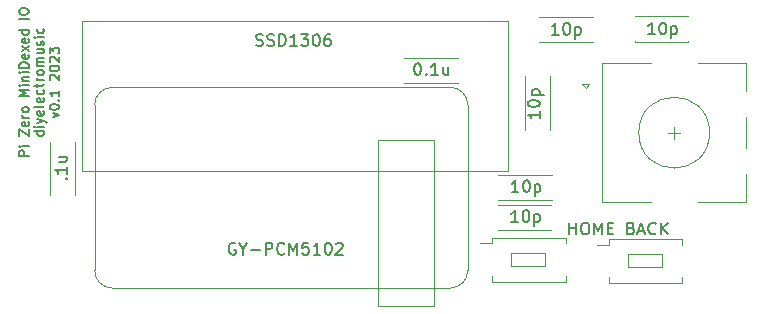
<source format=gto>
G04 #@! TF.GenerationSoftware,KiCad,Pcbnew,7.0.9*
G04 #@! TF.CreationDate,2023-11-21T09:09:52+00:00*
G04 #@! TF.ProjectId,Rpi-Zero-MiniDexed-IOBoard,5270692d-5a65-4726-9f2d-4d696e694465,rev?*
G04 #@! TF.SameCoordinates,Original*
G04 #@! TF.FileFunction,Legend,Top*
G04 #@! TF.FilePolarity,Positive*
%FSLAX46Y46*%
G04 Gerber Fmt 4.6, Leading zero omitted, Abs format (unit mm)*
G04 Created by KiCad (PCBNEW 7.0.9) date 2023-11-21 09:09:52*
%MOMM*%
%LPD*%
G01*
G04 APERTURE LIST*
%ADD10C,0.150000*%
%ADD11C,0.120000*%
G04 APERTURE END LIST*
D10*
X101228295Y-88678570D02*
X100428295Y-88678570D01*
X100428295Y-88678570D02*
X100428295Y-88373808D01*
X100428295Y-88373808D02*
X100466390Y-88297618D01*
X100466390Y-88297618D02*
X100504485Y-88259523D01*
X100504485Y-88259523D02*
X100580676Y-88221427D01*
X100580676Y-88221427D02*
X100694961Y-88221427D01*
X100694961Y-88221427D02*
X100771152Y-88259523D01*
X100771152Y-88259523D02*
X100809247Y-88297618D01*
X100809247Y-88297618D02*
X100847342Y-88373808D01*
X100847342Y-88373808D02*
X100847342Y-88678570D01*
X101228295Y-87878570D02*
X100694961Y-87878570D01*
X100428295Y-87878570D02*
X100466390Y-87916666D01*
X100466390Y-87916666D02*
X100504485Y-87878570D01*
X100504485Y-87878570D02*
X100466390Y-87840475D01*
X100466390Y-87840475D02*
X100428295Y-87878570D01*
X100428295Y-87878570D02*
X100504485Y-87878570D01*
X100428295Y-86964285D02*
X100428295Y-86430951D01*
X100428295Y-86430951D02*
X101228295Y-86964285D01*
X101228295Y-86964285D02*
X101228295Y-86430951D01*
X101190200Y-85821427D02*
X101228295Y-85897618D01*
X101228295Y-85897618D02*
X101228295Y-86049999D01*
X101228295Y-86049999D02*
X101190200Y-86126189D01*
X101190200Y-86126189D02*
X101114009Y-86164285D01*
X101114009Y-86164285D02*
X100809247Y-86164285D01*
X100809247Y-86164285D02*
X100733057Y-86126189D01*
X100733057Y-86126189D02*
X100694961Y-86049999D01*
X100694961Y-86049999D02*
X100694961Y-85897618D01*
X100694961Y-85897618D02*
X100733057Y-85821427D01*
X100733057Y-85821427D02*
X100809247Y-85783332D01*
X100809247Y-85783332D02*
X100885438Y-85783332D01*
X100885438Y-85783332D02*
X100961628Y-86164285D01*
X101228295Y-85440475D02*
X100694961Y-85440475D01*
X100847342Y-85440475D02*
X100771152Y-85402380D01*
X100771152Y-85402380D02*
X100733057Y-85364285D01*
X100733057Y-85364285D02*
X100694961Y-85288094D01*
X100694961Y-85288094D02*
X100694961Y-85211904D01*
X101228295Y-84830952D02*
X101190200Y-84907142D01*
X101190200Y-84907142D02*
X101152104Y-84945237D01*
X101152104Y-84945237D02*
X101075914Y-84983333D01*
X101075914Y-84983333D02*
X100847342Y-84983333D01*
X100847342Y-84983333D02*
X100771152Y-84945237D01*
X100771152Y-84945237D02*
X100733057Y-84907142D01*
X100733057Y-84907142D02*
X100694961Y-84830952D01*
X100694961Y-84830952D02*
X100694961Y-84716666D01*
X100694961Y-84716666D02*
X100733057Y-84640475D01*
X100733057Y-84640475D02*
X100771152Y-84602380D01*
X100771152Y-84602380D02*
X100847342Y-84564285D01*
X100847342Y-84564285D02*
X101075914Y-84564285D01*
X101075914Y-84564285D02*
X101152104Y-84602380D01*
X101152104Y-84602380D02*
X101190200Y-84640475D01*
X101190200Y-84640475D02*
X101228295Y-84716666D01*
X101228295Y-84716666D02*
X101228295Y-84830952D01*
X101228295Y-83611903D02*
X100428295Y-83611903D01*
X100428295Y-83611903D02*
X100999723Y-83345237D01*
X100999723Y-83345237D02*
X100428295Y-83078570D01*
X100428295Y-83078570D02*
X101228295Y-83078570D01*
X101228295Y-82697617D02*
X100694961Y-82697617D01*
X100428295Y-82697617D02*
X100466390Y-82735713D01*
X100466390Y-82735713D02*
X100504485Y-82697617D01*
X100504485Y-82697617D02*
X100466390Y-82659522D01*
X100466390Y-82659522D02*
X100428295Y-82697617D01*
X100428295Y-82697617D02*
X100504485Y-82697617D01*
X100694961Y-82316665D02*
X101228295Y-82316665D01*
X100771152Y-82316665D02*
X100733057Y-82278570D01*
X100733057Y-82278570D02*
X100694961Y-82202380D01*
X100694961Y-82202380D02*
X100694961Y-82088094D01*
X100694961Y-82088094D02*
X100733057Y-82011903D01*
X100733057Y-82011903D02*
X100809247Y-81973808D01*
X100809247Y-81973808D02*
X101228295Y-81973808D01*
X101228295Y-81592855D02*
X100694961Y-81592855D01*
X100428295Y-81592855D02*
X100466390Y-81630951D01*
X100466390Y-81630951D02*
X100504485Y-81592855D01*
X100504485Y-81592855D02*
X100466390Y-81554760D01*
X100466390Y-81554760D02*
X100428295Y-81592855D01*
X100428295Y-81592855D02*
X100504485Y-81592855D01*
X101228295Y-81211903D02*
X100428295Y-81211903D01*
X100428295Y-81211903D02*
X100428295Y-81021427D01*
X100428295Y-81021427D02*
X100466390Y-80907141D01*
X100466390Y-80907141D02*
X100542580Y-80830951D01*
X100542580Y-80830951D02*
X100618771Y-80792856D01*
X100618771Y-80792856D02*
X100771152Y-80754760D01*
X100771152Y-80754760D02*
X100885438Y-80754760D01*
X100885438Y-80754760D02*
X101037819Y-80792856D01*
X101037819Y-80792856D02*
X101114009Y-80830951D01*
X101114009Y-80830951D02*
X101190200Y-80907141D01*
X101190200Y-80907141D02*
X101228295Y-81021427D01*
X101228295Y-81021427D02*
X101228295Y-81211903D01*
X101190200Y-80107141D02*
X101228295Y-80183332D01*
X101228295Y-80183332D02*
X101228295Y-80335713D01*
X101228295Y-80335713D02*
X101190200Y-80411903D01*
X101190200Y-80411903D02*
X101114009Y-80449999D01*
X101114009Y-80449999D02*
X100809247Y-80449999D01*
X100809247Y-80449999D02*
X100733057Y-80411903D01*
X100733057Y-80411903D02*
X100694961Y-80335713D01*
X100694961Y-80335713D02*
X100694961Y-80183332D01*
X100694961Y-80183332D02*
X100733057Y-80107141D01*
X100733057Y-80107141D02*
X100809247Y-80069046D01*
X100809247Y-80069046D02*
X100885438Y-80069046D01*
X100885438Y-80069046D02*
X100961628Y-80449999D01*
X101228295Y-79802380D02*
X100694961Y-79383332D01*
X100694961Y-79802380D02*
X101228295Y-79383332D01*
X101190200Y-78773808D02*
X101228295Y-78849999D01*
X101228295Y-78849999D02*
X101228295Y-79002380D01*
X101228295Y-79002380D02*
X101190200Y-79078570D01*
X101190200Y-79078570D02*
X101114009Y-79116666D01*
X101114009Y-79116666D02*
X100809247Y-79116666D01*
X100809247Y-79116666D02*
X100733057Y-79078570D01*
X100733057Y-79078570D02*
X100694961Y-79002380D01*
X100694961Y-79002380D02*
X100694961Y-78849999D01*
X100694961Y-78849999D02*
X100733057Y-78773808D01*
X100733057Y-78773808D02*
X100809247Y-78735713D01*
X100809247Y-78735713D02*
X100885438Y-78735713D01*
X100885438Y-78735713D02*
X100961628Y-79116666D01*
X101228295Y-78049999D02*
X100428295Y-78049999D01*
X101190200Y-78049999D02*
X101228295Y-78126190D01*
X101228295Y-78126190D02*
X101228295Y-78278571D01*
X101228295Y-78278571D02*
X101190200Y-78354761D01*
X101190200Y-78354761D02*
X101152104Y-78392856D01*
X101152104Y-78392856D02*
X101075914Y-78430952D01*
X101075914Y-78430952D02*
X100847342Y-78430952D01*
X100847342Y-78430952D02*
X100771152Y-78392856D01*
X100771152Y-78392856D02*
X100733057Y-78354761D01*
X100733057Y-78354761D02*
X100694961Y-78278571D01*
X100694961Y-78278571D02*
X100694961Y-78126190D01*
X100694961Y-78126190D02*
X100733057Y-78049999D01*
X101228295Y-77059522D02*
X100428295Y-77059522D01*
X100428295Y-76526189D02*
X100428295Y-76373808D01*
X100428295Y-76373808D02*
X100466390Y-76297618D01*
X100466390Y-76297618D02*
X100542580Y-76221427D01*
X100542580Y-76221427D02*
X100694961Y-76183332D01*
X100694961Y-76183332D02*
X100961628Y-76183332D01*
X100961628Y-76183332D02*
X101114009Y-76221427D01*
X101114009Y-76221427D02*
X101190200Y-76297618D01*
X101190200Y-76297618D02*
X101228295Y-76373808D01*
X101228295Y-76373808D02*
X101228295Y-76526189D01*
X101228295Y-76526189D02*
X101190200Y-76602380D01*
X101190200Y-76602380D02*
X101114009Y-76678570D01*
X101114009Y-76678570D02*
X100961628Y-76716666D01*
X100961628Y-76716666D02*
X100694961Y-76716666D01*
X100694961Y-76716666D02*
X100542580Y-76678570D01*
X100542580Y-76678570D02*
X100466390Y-76602380D01*
X100466390Y-76602380D02*
X100428295Y-76526189D01*
X102516295Y-86602380D02*
X101716295Y-86602380D01*
X102478200Y-86602380D02*
X102516295Y-86678571D01*
X102516295Y-86678571D02*
X102516295Y-86830952D01*
X102516295Y-86830952D02*
X102478200Y-86907142D01*
X102478200Y-86907142D02*
X102440104Y-86945237D01*
X102440104Y-86945237D02*
X102363914Y-86983333D01*
X102363914Y-86983333D02*
X102135342Y-86983333D01*
X102135342Y-86983333D02*
X102059152Y-86945237D01*
X102059152Y-86945237D02*
X102021057Y-86907142D01*
X102021057Y-86907142D02*
X101982961Y-86830952D01*
X101982961Y-86830952D02*
X101982961Y-86678571D01*
X101982961Y-86678571D02*
X102021057Y-86602380D01*
X102516295Y-86221427D02*
X101982961Y-86221427D01*
X101716295Y-86221427D02*
X101754390Y-86259523D01*
X101754390Y-86259523D02*
X101792485Y-86221427D01*
X101792485Y-86221427D02*
X101754390Y-86183332D01*
X101754390Y-86183332D02*
X101716295Y-86221427D01*
X101716295Y-86221427D02*
X101792485Y-86221427D01*
X101982961Y-85916666D02*
X102516295Y-85726190D01*
X101982961Y-85535713D02*
X102516295Y-85726190D01*
X102516295Y-85726190D02*
X102706771Y-85802380D01*
X102706771Y-85802380D02*
X102744866Y-85840475D01*
X102744866Y-85840475D02*
X102782961Y-85916666D01*
X102478200Y-84926189D02*
X102516295Y-85002380D01*
X102516295Y-85002380D02*
X102516295Y-85154761D01*
X102516295Y-85154761D02*
X102478200Y-85230951D01*
X102478200Y-85230951D02*
X102402009Y-85269047D01*
X102402009Y-85269047D02*
X102097247Y-85269047D01*
X102097247Y-85269047D02*
X102021057Y-85230951D01*
X102021057Y-85230951D02*
X101982961Y-85154761D01*
X101982961Y-85154761D02*
X101982961Y-85002380D01*
X101982961Y-85002380D02*
X102021057Y-84926189D01*
X102021057Y-84926189D02*
X102097247Y-84888094D01*
X102097247Y-84888094D02*
X102173438Y-84888094D01*
X102173438Y-84888094D02*
X102249628Y-85269047D01*
X102516295Y-84430952D02*
X102478200Y-84507142D01*
X102478200Y-84507142D02*
X102402009Y-84545237D01*
X102402009Y-84545237D02*
X101716295Y-84545237D01*
X102478200Y-83821427D02*
X102516295Y-83897618D01*
X102516295Y-83897618D02*
X102516295Y-84049999D01*
X102516295Y-84049999D02*
X102478200Y-84126189D01*
X102478200Y-84126189D02*
X102402009Y-84164285D01*
X102402009Y-84164285D02*
X102097247Y-84164285D01*
X102097247Y-84164285D02*
X102021057Y-84126189D01*
X102021057Y-84126189D02*
X101982961Y-84049999D01*
X101982961Y-84049999D02*
X101982961Y-83897618D01*
X101982961Y-83897618D02*
X102021057Y-83821427D01*
X102021057Y-83821427D02*
X102097247Y-83783332D01*
X102097247Y-83783332D02*
X102173438Y-83783332D01*
X102173438Y-83783332D02*
X102249628Y-84164285D01*
X102478200Y-83097618D02*
X102516295Y-83173809D01*
X102516295Y-83173809D02*
X102516295Y-83326190D01*
X102516295Y-83326190D02*
X102478200Y-83402380D01*
X102478200Y-83402380D02*
X102440104Y-83440475D01*
X102440104Y-83440475D02*
X102363914Y-83478571D01*
X102363914Y-83478571D02*
X102135342Y-83478571D01*
X102135342Y-83478571D02*
X102059152Y-83440475D01*
X102059152Y-83440475D02*
X102021057Y-83402380D01*
X102021057Y-83402380D02*
X101982961Y-83326190D01*
X101982961Y-83326190D02*
X101982961Y-83173809D01*
X101982961Y-83173809D02*
X102021057Y-83097618D01*
X101982961Y-82869047D02*
X101982961Y-82564285D01*
X101716295Y-82754761D02*
X102402009Y-82754761D01*
X102402009Y-82754761D02*
X102478200Y-82716666D01*
X102478200Y-82716666D02*
X102516295Y-82640476D01*
X102516295Y-82640476D02*
X102516295Y-82564285D01*
X102516295Y-82297618D02*
X101982961Y-82297618D01*
X102135342Y-82297618D02*
X102059152Y-82259523D01*
X102059152Y-82259523D02*
X102021057Y-82221428D01*
X102021057Y-82221428D02*
X101982961Y-82145237D01*
X101982961Y-82145237D02*
X101982961Y-82069047D01*
X102516295Y-81688095D02*
X102478200Y-81764285D01*
X102478200Y-81764285D02*
X102440104Y-81802380D01*
X102440104Y-81802380D02*
X102363914Y-81840476D01*
X102363914Y-81840476D02*
X102135342Y-81840476D01*
X102135342Y-81840476D02*
X102059152Y-81802380D01*
X102059152Y-81802380D02*
X102021057Y-81764285D01*
X102021057Y-81764285D02*
X101982961Y-81688095D01*
X101982961Y-81688095D02*
X101982961Y-81573809D01*
X101982961Y-81573809D02*
X102021057Y-81497618D01*
X102021057Y-81497618D02*
X102059152Y-81459523D01*
X102059152Y-81459523D02*
X102135342Y-81421428D01*
X102135342Y-81421428D02*
X102363914Y-81421428D01*
X102363914Y-81421428D02*
X102440104Y-81459523D01*
X102440104Y-81459523D02*
X102478200Y-81497618D01*
X102478200Y-81497618D02*
X102516295Y-81573809D01*
X102516295Y-81573809D02*
X102516295Y-81688095D01*
X102516295Y-81078570D02*
X101982961Y-81078570D01*
X102059152Y-81078570D02*
X102021057Y-81040475D01*
X102021057Y-81040475D02*
X101982961Y-80964285D01*
X101982961Y-80964285D02*
X101982961Y-80849999D01*
X101982961Y-80849999D02*
X102021057Y-80773808D01*
X102021057Y-80773808D02*
X102097247Y-80735713D01*
X102097247Y-80735713D02*
X102516295Y-80735713D01*
X102097247Y-80735713D02*
X102021057Y-80697618D01*
X102021057Y-80697618D02*
X101982961Y-80621427D01*
X101982961Y-80621427D02*
X101982961Y-80507142D01*
X101982961Y-80507142D02*
X102021057Y-80430951D01*
X102021057Y-80430951D02*
X102097247Y-80392856D01*
X102097247Y-80392856D02*
X102516295Y-80392856D01*
X101982961Y-79669046D02*
X102516295Y-79669046D01*
X101982961Y-80011903D02*
X102402009Y-80011903D01*
X102402009Y-80011903D02*
X102478200Y-79973808D01*
X102478200Y-79973808D02*
X102516295Y-79897618D01*
X102516295Y-79897618D02*
X102516295Y-79783332D01*
X102516295Y-79783332D02*
X102478200Y-79707141D01*
X102478200Y-79707141D02*
X102440104Y-79669046D01*
X102478200Y-79326189D02*
X102516295Y-79249998D01*
X102516295Y-79249998D02*
X102516295Y-79097617D01*
X102516295Y-79097617D02*
X102478200Y-79021427D01*
X102478200Y-79021427D02*
X102402009Y-78983331D01*
X102402009Y-78983331D02*
X102363914Y-78983331D01*
X102363914Y-78983331D02*
X102287723Y-79021427D01*
X102287723Y-79021427D02*
X102249628Y-79097617D01*
X102249628Y-79097617D02*
X102249628Y-79211903D01*
X102249628Y-79211903D02*
X102211533Y-79288093D01*
X102211533Y-79288093D02*
X102135342Y-79326189D01*
X102135342Y-79326189D02*
X102097247Y-79326189D01*
X102097247Y-79326189D02*
X102021057Y-79288093D01*
X102021057Y-79288093D02*
X101982961Y-79211903D01*
X101982961Y-79211903D02*
X101982961Y-79097617D01*
X101982961Y-79097617D02*
X102021057Y-79021427D01*
X102516295Y-78640474D02*
X101982961Y-78640474D01*
X101716295Y-78640474D02*
X101754390Y-78678570D01*
X101754390Y-78678570D02*
X101792485Y-78640474D01*
X101792485Y-78640474D02*
X101754390Y-78602379D01*
X101754390Y-78602379D02*
X101716295Y-78640474D01*
X101716295Y-78640474D02*
X101792485Y-78640474D01*
X102478200Y-77916665D02*
X102516295Y-77992856D01*
X102516295Y-77992856D02*
X102516295Y-78145237D01*
X102516295Y-78145237D02*
X102478200Y-78221427D01*
X102478200Y-78221427D02*
X102440104Y-78259522D01*
X102440104Y-78259522D02*
X102363914Y-78297618D01*
X102363914Y-78297618D02*
X102135342Y-78297618D01*
X102135342Y-78297618D02*
X102059152Y-78259522D01*
X102059152Y-78259522D02*
X102021057Y-78221427D01*
X102021057Y-78221427D02*
X101982961Y-78145237D01*
X101982961Y-78145237D02*
X101982961Y-77992856D01*
X101982961Y-77992856D02*
X102021057Y-77916665D01*
X103270961Y-85421429D02*
X103804295Y-85230953D01*
X103804295Y-85230953D02*
X103270961Y-85040476D01*
X103004295Y-84583333D02*
X103004295Y-84507143D01*
X103004295Y-84507143D02*
X103042390Y-84430952D01*
X103042390Y-84430952D02*
X103080485Y-84392857D01*
X103080485Y-84392857D02*
X103156676Y-84354762D01*
X103156676Y-84354762D02*
X103309057Y-84316667D01*
X103309057Y-84316667D02*
X103499533Y-84316667D01*
X103499533Y-84316667D02*
X103651914Y-84354762D01*
X103651914Y-84354762D02*
X103728104Y-84392857D01*
X103728104Y-84392857D02*
X103766200Y-84430952D01*
X103766200Y-84430952D02*
X103804295Y-84507143D01*
X103804295Y-84507143D02*
X103804295Y-84583333D01*
X103804295Y-84583333D02*
X103766200Y-84659524D01*
X103766200Y-84659524D02*
X103728104Y-84697619D01*
X103728104Y-84697619D02*
X103651914Y-84735714D01*
X103651914Y-84735714D02*
X103499533Y-84773810D01*
X103499533Y-84773810D02*
X103309057Y-84773810D01*
X103309057Y-84773810D02*
X103156676Y-84735714D01*
X103156676Y-84735714D02*
X103080485Y-84697619D01*
X103080485Y-84697619D02*
X103042390Y-84659524D01*
X103042390Y-84659524D02*
X103004295Y-84583333D01*
X103728104Y-83973809D02*
X103766200Y-83935714D01*
X103766200Y-83935714D02*
X103804295Y-83973809D01*
X103804295Y-83973809D02*
X103766200Y-84011905D01*
X103766200Y-84011905D02*
X103728104Y-83973809D01*
X103728104Y-83973809D02*
X103804295Y-83973809D01*
X103804295Y-83173810D02*
X103804295Y-83630953D01*
X103804295Y-83402381D02*
X103004295Y-83402381D01*
X103004295Y-83402381D02*
X103118580Y-83478572D01*
X103118580Y-83478572D02*
X103194771Y-83554762D01*
X103194771Y-83554762D02*
X103232866Y-83630953D01*
X103080485Y-82259524D02*
X103042390Y-82221428D01*
X103042390Y-82221428D02*
X103004295Y-82145238D01*
X103004295Y-82145238D02*
X103004295Y-81954762D01*
X103004295Y-81954762D02*
X103042390Y-81878571D01*
X103042390Y-81878571D02*
X103080485Y-81840476D01*
X103080485Y-81840476D02*
X103156676Y-81802381D01*
X103156676Y-81802381D02*
X103232866Y-81802381D01*
X103232866Y-81802381D02*
X103347152Y-81840476D01*
X103347152Y-81840476D02*
X103804295Y-82297619D01*
X103804295Y-82297619D02*
X103804295Y-81802381D01*
X103004295Y-81307142D02*
X103004295Y-81230952D01*
X103004295Y-81230952D02*
X103042390Y-81154761D01*
X103042390Y-81154761D02*
X103080485Y-81116666D01*
X103080485Y-81116666D02*
X103156676Y-81078571D01*
X103156676Y-81078571D02*
X103309057Y-81040476D01*
X103309057Y-81040476D02*
X103499533Y-81040476D01*
X103499533Y-81040476D02*
X103651914Y-81078571D01*
X103651914Y-81078571D02*
X103728104Y-81116666D01*
X103728104Y-81116666D02*
X103766200Y-81154761D01*
X103766200Y-81154761D02*
X103804295Y-81230952D01*
X103804295Y-81230952D02*
X103804295Y-81307142D01*
X103804295Y-81307142D02*
X103766200Y-81383333D01*
X103766200Y-81383333D02*
X103728104Y-81421428D01*
X103728104Y-81421428D02*
X103651914Y-81459523D01*
X103651914Y-81459523D02*
X103499533Y-81497619D01*
X103499533Y-81497619D02*
X103309057Y-81497619D01*
X103309057Y-81497619D02*
X103156676Y-81459523D01*
X103156676Y-81459523D02*
X103080485Y-81421428D01*
X103080485Y-81421428D02*
X103042390Y-81383333D01*
X103042390Y-81383333D02*
X103004295Y-81307142D01*
X103080485Y-80735714D02*
X103042390Y-80697618D01*
X103042390Y-80697618D02*
X103004295Y-80621428D01*
X103004295Y-80621428D02*
X103004295Y-80430952D01*
X103004295Y-80430952D02*
X103042390Y-80354761D01*
X103042390Y-80354761D02*
X103080485Y-80316666D01*
X103080485Y-80316666D02*
X103156676Y-80278571D01*
X103156676Y-80278571D02*
X103232866Y-80278571D01*
X103232866Y-80278571D02*
X103347152Y-80316666D01*
X103347152Y-80316666D02*
X103804295Y-80773809D01*
X103804295Y-80773809D02*
X103804295Y-80278571D01*
X103004295Y-80011904D02*
X103004295Y-79516666D01*
X103004295Y-79516666D02*
X103309057Y-79783332D01*
X103309057Y-79783332D02*
X103309057Y-79669047D01*
X103309057Y-79669047D02*
X103347152Y-79592856D01*
X103347152Y-79592856D02*
X103385247Y-79554761D01*
X103385247Y-79554761D02*
X103461438Y-79516666D01*
X103461438Y-79516666D02*
X103651914Y-79516666D01*
X103651914Y-79516666D02*
X103728104Y-79554761D01*
X103728104Y-79554761D02*
X103766200Y-79592856D01*
X103766200Y-79592856D02*
X103804295Y-79669047D01*
X103804295Y-79669047D02*
X103804295Y-79897618D01*
X103804295Y-79897618D02*
X103766200Y-79973809D01*
X103766200Y-79973809D02*
X103728104Y-80011904D01*
X146127142Y-78424819D02*
X145555714Y-78424819D01*
X145841428Y-78424819D02*
X145841428Y-77424819D01*
X145841428Y-77424819D02*
X145746190Y-77567676D01*
X145746190Y-77567676D02*
X145650952Y-77662914D01*
X145650952Y-77662914D02*
X145555714Y-77710533D01*
X146746190Y-77424819D02*
X146841428Y-77424819D01*
X146841428Y-77424819D02*
X146936666Y-77472438D01*
X146936666Y-77472438D02*
X146984285Y-77520057D01*
X146984285Y-77520057D02*
X147031904Y-77615295D01*
X147031904Y-77615295D02*
X147079523Y-77805771D01*
X147079523Y-77805771D02*
X147079523Y-78043866D01*
X147079523Y-78043866D02*
X147031904Y-78234342D01*
X147031904Y-78234342D02*
X146984285Y-78329580D01*
X146984285Y-78329580D02*
X146936666Y-78377200D01*
X146936666Y-78377200D02*
X146841428Y-78424819D01*
X146841428Y-78424819D02*
X146746190Y-78424819D01*
X146746190Y-78424819D02*
X146650952Y-78377200D01*
X146650952Y-78377200D02*
X146603333Y-78329580D01*
X146603333Y-78329580D02*
X146555714Y-78234342D01*
X146555714Y-78234342D02*
X146508095Y-78043866D01*
X146508095Y-78043866D02*
X146508095Y-77805771D01*
X146508095Y-77805771D02*
X146555714Y-77615295D01*
X146555714Y-77615295D02*
X146603333Y-77520057D01*
X146603333Y-77520057D02*
X146650952Y-77472438D01*
X146650952Y-77472438D02*
X146746190Y-77424819D01*
X147508095Y-77758152D02*
X147508095Y-78758152D01*
X147508095Y-77805771D02*
X147603333Y-77758152D01*
X147603333Y-77758152D02*
X147793809Y-77758152D01*
X147793809Y-77758152D02*
X147889047Y-77805771D01*
X147889047Y-77805771D02*
X147936666Y-77853390D01*
X147936666Y-77853390D02*
X147984285Y-77948628D01*
X147984285Y-77948628D02*
X147984285Y-78234342D01*
X147984285Y-78234342D02*
X147936666Y-78329580D01*
X147936666Y-78329580D02*
X147889047Y-78377200D01*
X147889047Y-78377200D02*
X147793809Y-78424819D01*
X147793809Y-78424819D02*
X147603333Y-78424819D01*
X147603333Y-78424819D02*
X147508095Y-78377200D01*
X118738095Y-96092438D02*
X118642857Y-96044819D01*
X118642857Y-96044819D02*
X118500000Y-96044819D01*
X118500000Y-96044819D02*
X118357143Y-96092438D01*
X118357143Y-96092438D02*
X118261905Y-96187676D01*
X118261905Y-96187676D02*
X118214286Y-96282914D01*
X118214286Y-96282914D02*
X118166667Y-96473390D01*
X118166667Y-96473390D02*
X118166667Y-96616247D01*
X118166667Y-96616247D02*
X118214286Y-96806723D01*
X118214286Y-96806723D02*
X118261905Y-96901961D01*
X118261905Y-96901961D02*
X118357143Y-96997200D01*
X118357143Y-96997200D02*
X118500000Y-97044819D01*
X118500000Y-97044819D02*
X118595238Y-97044819D01*
X118595238Y-97044819D02*
X118738095Y-96997200D01*
X118738095Y-96997200D02*
X118785714Y-96949580D01*
X118785714Y-96949580D02*
X118785714Y-96616247D01*
X118785714Y-96616247D02*
X118595238Y-96616247D01*
X119404762Y-96568628D02*
X119404762Y-97044819D01*
X119071429Y-96044819D02*
X119404762Y-96568628D01*
X119404762Y-96568628D02*
X119738095Y-96044819D01*
X120071429Y-96663866D02*
X120833334Y-96663866D01*
X121309524Y-97044819D02*
X121309524Y-96044819D01*
X121309524Y-96044819D02*
X121690476Y-96044819D01*
X121690476Y-96044819D02*
X121785714Y-96092438D01*
X121785714Y-96092438D02*
X121833333Y-96140057D01*
X121833333Y-96140057D02*
X121880952Y-96235295D01*
X121880952Y-96235295D02*
X121880952Y-96378152D01*
X121880952Y-96378152D02*
X121833333Y-96473390D01*
X121833333Y-96473390D02*
X121785714Y-96521009D01*
X121785714Y-96521009D02*
X121690476Y-96568628D01*
X121690476Y-96568628D02*
X121309524Y-96568628D01*
X122880952Y-96949580D02*
X122833333Y-96997200D01*
X122833333Y-96997200D02*
X122690476Y-97044819D01*
X122690476Y-97044819D02*
X122595238Y-97044819D01*
X122595238Y-97044819D02*
X122452381Y-96997200D01*
X122452381Y-96997200D02*
X122357143Y-96901961D01*
X122357143Y-96901961D02*
X122309524Y-96806723D01*
X122309524Y-96806723D02*
X122261905Y-96616247D01*
X122261905Y-96616247D02*
X122261905Y-96473390D01*
X122261905Y-96473390D02*
X122309524Y-96282914D01*
X122309524Y-96282914D02*
X122357143Y-96187676D01*
X122357143Y-96187676D02*
X122452381Y-96092438D01*
X122452381Y-96092438D02*
X122595238Y-96044819D01*
X122595238Y-96044819D02*
X122690476Y-96044819D01*
X122690476Y-96044819D02*
X122833333Y-96092438D01*
X122833333Y-96092438D02*
X122880952Y-96140057D01*
X123309524Y-97044819D02*
X123309524Y-96044819D01*
X123309524Y-96044819D02*
X123642857Y-96759104D01*
X123642857Y-96759104D02*
X123976190Y-96044819D01*
X123976190Y-96044819D02*
X123976190Y-97044819D01*
X124928571Y-96044819D02*
X124452381Y-96044819D01*
X124452381Y-96044819D02*
X124404762Y-96521009D01*
X124404762Y-96521009D02*
X124452381Y-96473390D01*
X124452381Y-96473390D02*
X124547619Y-96425771D01*
X124547619Y-96425771D02*
X124785714Y-96425771D01*
X124785714Y-96425771D02*
X124880952Y-96473390D01*
X124880952Y-96473390D02*
X124928571Y-96521009D01*
X124928571Y-96521009D02*
X124976190Y-96616247D01*
X124976190Y-96616247D02*
X124976190Y-96854342D01*
X124976190Y-96854342D02*
X124928571Y-96949580D01*
X124928571Y-96949580D02*
X124880952Y-96997200D01*
X124880952Y-96997200D02*
X124785714Y-97044819D01*
X124785714Y-97044819D02*
X124547619Y-97044819D01*
X124547619Y-97044819D02*
X124452381Y-96997200D01*
X124452381Y-96997200D02*
X124404762Y-96949580D01*
X125928571Y-97044819D02*
X125357143Y-97044819D01*
X125642857Y-97044819D02*
X125642857Y-96044819D01*
X125642857Y-96044819D02*
X125547619Y-96187676D01*
X125547619Y-96187676D02*
X125452381Y-96282914D01*
X125452381Y-96282914D02*
X125357143Y-96330533D01*
X126547619Y-96044819D02*
X126642857Y-96044819D01*
X126642857Y-96044819D02*
X126738095Y-96092438D01*
X126738095Y-96092438D02*
X126785714Y-96140057D01*
X126785714Y-96140057D02*
X126833333Y-96235295D01*
X126833333Y-96235295D02*
X126880952Y-96425771D01*
X126880952Y-96425771D02*
X126880952Y-96663866D01*
X126880952Y-96663866D02*
X126833333Y-96854342D01*
X126833333Y-96854342D02*
X126785714Y-96949580D01*
X126785714Y-96949580D02*
X126738095Y-96997200D01*
X126738095Y-96997200D02*
X126642857Y-97044819D01*
X126642857Y-97044819D02*
X126547619Y-97044819D01*
X126547619Y-97044819D02*
X126452381Y-96997200D01*
X126452381Y-96997200D02*
X126404762Y-96949580D01*
X126404762Y-96949580D02*
X126357143Y-96854342D01*
X126357143Y-96854342D02*
X126309524Y-96663866D01*
X126309524Y-96663866D02*
X126309524Y-96425771D01*
X126309524Y-96425771D02*
X126357143Y-96235295D01*
X126357143Y-96235295D02*
X126404762Y-96140057D01*
X126404762Y-96140057D02*
X126452381Y-96092438D01*
X126452381Y-96092438D02*
X126547619Y-96044819D01*
X127261905Y-96140057D02*
X127309524Y-96092438D01*
X127309524Y-96092438D02*
X127404762Y-96044819D01*
X127404762Y-96044819D02*
X127642857Y-96044819D01*
X127642857Y-96044819D02*
X127738095Y-96092438D01*
X127738095Y-96092438D02*
X127785714Y-96140057D01*
X127785714Y-96140057D02*
X127833333Y-96235295D01*
X127833333Y-96235295D02*
X127833333Y-96330533D01*
X127833333Y-96330533D02*
X127785714Y-96473390D01*
X127785714Y-96473390D02*
X127214286Y-97044819D01*
X127214286Y-97044819D02*
X127833333Y-97044819D01*
X147026667Y-95334819D02*
X147026667Y-94334819D01*
X147026667Y-94811009D02*
X147598095Y-94811009D01*
X147598095Y-95334819D02*
X147598095Y-94334819D01*
X148264762Y-94334819D02*
X148455238Y-94334819D01*
X148455238Y-94334819D02*
X148550476Y-94382438D01*
X148550476Y-94382438D02*
X148645714Y-94477676D01*
X148645714Y-94477676D02*
X148693333Y-94668152D01*
X148693333Y-94668152D02*
X148693333Y-95001485D01*
X148693333Y-95001485D02*
X148645714Y-95191961D01*
X148645714Y-95191961D02*
X148550476Y-95287200D01*
X148550476Y-95287200D02*
X148455238Y-95334819D01*
X148455238Y-95334819D02*
X148264762Y-95334819D01*
X148264762Y-95334819D02*
X148169524Y-95287200D01*
X148169524Y-95287200D02*
X148074286Y-95191961D01*
X148074286Y-95191961D02*
X148026667Y-95001485D01*
X148026667Y-95001485D02*
X148026667Y-94668152D01*
X148026667Y-94668152D02*
X148074286Y-94477676D01*
X148074286Y-94477676D02*
X148169524Y-94382438D01*
X148169524Y-94382438D02*
X148264762Y-94334819D01*
X149121905Y-95334819D02*
X149121905Y-94334819D01*
X149121905Y-94334819D02*
X149455238Y-95049104D01*
X149455238Y-95049104D02*
X149788571Y-94334819D01*
X149788571Y-94334819D02*
X149788571Y-95334819D01*
X150264762Y-94811009D02*
X150598095Y-94811009D01*
X150740952Y-95334819D02*
X150264762Y-95334819D01*
X150264762Y-95334819D02*
X150264762Y-94334819D01*
X150264762Y-94334819D02*
X150740952Y-94334819D01*
X152232857Y-94811009D02*
X152375714Y-94858628D01*
X152375714Y-94858628D02*
X152423333Y-94906247D01*
X152423333Y-94906247D02*
X152470952Y-95001485D01*
X152470952Y-95001485D02*
X152470952Y-95144342D01*
X152470952Y-95144342D02*
X152423333Y-95239580D01*
X152423333Y-95239580D02*
X152375714Y-95287200D01*
X152375714Y-95287200D02*
X152280476Y-95334819D01*
X152280476Y-95334819D02*
X151899524Y-95334819D01*
X151899524Y-95334819D02*
X151899524Y-94334819D01*
X151899524Y-94334819D02*
X152232857Y-94334819D01*
X152232857Y-94334819D02*
X152328095Y-94382438D01*
X152328095Y-94382438D02*
X152375714Y-94430057D01*
X152375714Y-94430057D02*
X152423333Y-94525295D01*
X152423333Y-94525295D02*
X152423333Y-94620533D01*
X152423333Y-94620533D02*
X152375714Y-94715771D01*
X152375714Y-94715771D02*
X152328095Y-94763390D01*
X152328095Y-94763390D02*
X152232857Y-94811009D01*
X152232857Y-94811009D02*
X151899524Y-94811009D01*
X152851905Y-95049104D02*
X153328095Y-95049104D01*
X152756667Y-95334819D02*
X153090000Y-94334819D01*
X153090000Y-94334819D02*
X153423333Y-95334819D01*
X154328095Y-95239580D02*
X154280476Y-95287200D01*
X154280476Y-95287200D02*
X154137619Y-95334819D01*
X154137619Y-95334819D02*
X154042381Y-95334819D01*
X154042381Y-95334819D02*
X153899524Y-95287200D01*
X153899524Y-95287200D02*
X153804286Y-95191961D01*
X153804286Y-95191961D02*
X153756667Y-95096723D01*
X153756667Y-95096723D02*
X153709048Y-94906247D01*
X153709048Y-94906247D02*
X153709048Y-94763390D01*
X153709048Y-94763390D02*
X153756667Y-94572914D01*
X153756667Y-94572914D02*
X153804286Y-94477676D01*
X153804286Y-94477676D02*
X153899524Y-94382438D01*
X153899524Y-94382438D02*
X154042381Y-94334819D01*
X154042381Y-94334819D02*
X154137619Y-94334819D01*
X154137619Y-94334819D02*
X154280476Y-94382438D01*
X154280476Y-94382438D02*
X154328095Y-94430057D01*
X154756667Y-95334819D02*
X154756667Y-94334819D01*
X155328095Y-95334819D02*
X154899524Y-94763390D01*
X155328095Y-94334819D02*
X154756667Y-94906247D01*
X144504819Y-84912857D02*
X144504819Y-85484285D01*
X144504819Y-85198571D02*
X143504819Y-85198571D01*
X143504819Y-85198571D02*
X143647676Y-85293809D01*
X143647676Y-85293809D02*
X143742914Y-85389047D01*
X143742914Y-85389047D02*
X143790533Y-85484285D01*
X143504819Y-84293809D02*
X143504819Y-84198571D01*
X143504819Y-84198571D02*
X143552438Y-84103333D01*
X143552438Y-84103333D02*
X143600057Y-84055714D01*
X143600057Y-84055714D02*
X143695295Y-84008095D01*
X143695295Y-84008095D02*
X143885771Y-83960476D01*
X143885771Y-83960476D02*
X144123866Y-83960476D01*
X144123866Y-83960476D02*
X144314342Y-84008095D01*
X144314342Y-84008095D02*
X144409580Y-84055714D01*
X144409580Y-84055714D02*
X144457200Y-84103333D01*
X144457200Y-84103333D02*
X144504819Y-84198571D01*
X144504819Y-84198571D02*
X144504819Y-84293809D01*
X144504819Y-84293809D02*
X144457200Y-84389047D01*
X144457200Y-84389047D02*
X144409580Y-84436666D01*
X144409580Y-84436666D02*
X144314342Y-84484285D01*
X144314342Y-84484285D02*
X144123866Y-84531904D01*
X144123866Y-84531904D02*
X143885771Y-84531904D01*
X143885771Y-84531904D02*
X143695295Y-84484285D01*
X143695295Y-84484285D02*
X143600057Y-84436666D01*
X143600057Y-84436666D02*
X143552438Y-84389047D01*
X143552438Y-84389047D02*
X143504819Y-84293809D01*
X143838152Y-83531904D02*
X144838152Y-83531904D01*
X143885771Y-83531904D02*
X143838152Y-83436666D01*
X143838152Y-83436666D02*
X143838152Y-83246190D01*
X143838152Y-83246190D02*
X143885771Y-83150952D01*
X143885771Y-83150952D02*
X143933390Y-83103333D01*
X143933390Y-83103333D02*
X144028628Y-83055714D01*
X144028628Y-83055714D02*
X144314342Y-83055714D01*
X144314342Y-83055714D02*
X144409580Y-83103333D01*
X144409580Y-83103333D02*
X144457200Y-83150952D01*
X144457200Y-83150952D02*
X144504819Y-83246190D01*
X144504819Y-83246190D02*
X144504819Y-83436666D01*
X144504819Y-83436666D02*
X144457200Y-83531904D01*
X120493333Y-79327200D02*
X120636190Y-79374819D01*
X120636190Y-79374819D02*
X120874285Y-79374819D01*
X120874285Y-79374819D02*
X120969523Y-79327200D01*
X120969523Y-79327200D02*
X121017142Y-79279580D01*
X121017142Y-79279580D02*
X121064761Y-79184342D01*
X121064761Y-79184342D02*
X121064761Y-79089104D01*
X121064761Y-79089104D02*
X121017142Y-78993866D01*
X121017142Y-78993866D02*
X120969523Y-78946247D01*
X120969523Y-78946247D02*
X120874285Y-78898628D01*
X120874285Y-78898628D02*
X120683809Y-78851009D01*
X120683809Y-78851009D02*
X120588571Y-78803390D01*
X120588571Y-78803390D02*
X120540952Y-78755771D01*
X120540952Y-78755771D02*
X120493333Y-78660533D01*
X120493333Y-78660533D02*
X120493333Y-78565295D01*
X120493333Y-78565295D02*
X120540952Y-78470057D01*
X120540952Y-78470057D02*
X120588571Y-78422438D01*
X120588571Y-78422438D02*
X120683809Y-78374819D01*
X120683809Y-78374819D02*
X120921904Y-78374819D01*
X120921904Y-78374819D02*
X121064761Y-78422438D01*
X121445714Y-79327200D02*
X121588571Y-79374819D01*
X121588571Y-79374819D02*
X121826666Y-79374819D01*
X121826666Y-79374819D02*
X121921904Y-79327200D01*
X121921904Y-79327200D02*
X121969523Y-79279580D01*
X121969523Y-79279580D02*
X122017142Y-79184342D01*
X122017142Y-79184342D02*
X122017142Y-79089104D01*
X122017142Y-79089104D02*
X121969523Y-78993866D01*
X121969523Y-78993866D02*
X121921904Y-78946247D01*
X121921904Y-78946247D02*
X121826666Y-78898628D01*
X121826666Y-78898628D02*
X121636190Y-78851009D01*
X121636190Y-78851009D02*
X121540952Y-78803390D01*
X121540952Y-78803390D02*
X121493333Y-78755771D01*
X121493333Y-78755771D02*
X121445714Y-78660533D01*
X121445714Y-78660533D02*
X121445714Y-78565295D01*
X121445714Y-78565295D02*
X121493333Y-78470057D01*
X121493333Y-78470057D02*
X121540952Y-78422438D01*
X121540952Y-78422438D02*
X121636190Y-78374819D01*
X121636190Y-78374819D02*
X121874285Y-78374819D01*
X121874285Y-78374819D02*
X122017142Y-78422438D01*
X122445714Y-79374819D02*
X122445714Y-78374819D01*
X122445714Y-78374819D02*
X122683809Y-78374819D01*
X122683809Y-78374819D02*
X122826666Y-78422438D01*
X122826666Y-78422438D02*
X122921904Y-78517676D01*
X122921904Y-78517676D02*
X122969523Y-78612914D01*
X122969523Y-78612914D02*
X123017142Y-78803390D01*
X123017142Y-78803390D02*
X123017142Y-78946247D01*
X123017142Y-78946247D02*
X122969523Y-79136723D01*
X122969523Y-79136723D02*
X122921904Y-79231961D01*
X122921904Y-79231961D02*
X122826666Y-79327200D01*
X122826666Y-79327200D02*
X122683809Y-79374819D01*
X122683809Y-79374819D02*
X122445714Y-79374819D01*
X123969523Y-79374819D02*
X123398095Y-79374819D01*
X123683809Y-79374819D02*
X123683809Y-78374819D01*
X123683809Y-78374819D02*
X123588571Y-78517676D01*
X123588571Y-78517676D02*
X123493333Y-78612914D01*
X123493333Y-78612914D02*
X123398095Y-78660533D01*
X124302857Y-78374819D02*
X124921904Y-78374819D01*
X124921904Y-78374819D02*
X124588571Y-78755771D01*
X124588571Y-78755771D02*
X124731428Y-78755771D01*
X124731428Y-78755771D02*
X124826666Y-78803390D01*
X124826666Y-78803390D02*
X124874285Y-78851009D01*
X124874285Y-78851009D02*
X124921904Y-78946247D01*
X124921904Y-78946247D02*
X124921904Y-79184342D01*
X124921904Y-79184342D02*
X124874285Y-79279580D01*
X124874285Y-79279580D02*
X124826666Y-79327200D01*
X124826666Y-79327200D02*
X124731428Y-79374819D01*
X124731428Y-79374819D02*
X124445714Y-79374819D01*
X124445714Y-79374819D02*
X124350476Y-79327200D01*
X124350476Y-79327200D02*
X124302857Y-79279580D01*
X125540952Y-78374819D02*
X125636190Y-78374819D01*
X125636190Y-78374819D02*
X125731428Y-78422438D01*
X125731428Y-78422438D02*
X125779047Y-78470057D01*
X125779047Y-78470057D02*
X125826666Y-78565295D01*
X125826666Y-78565295D02*
X125874285Y-78755771D01*
X125874285Y-78755771D02*
X125874285Y-78993866D01*
X125874285Y-78993866D02*
X125826666Y-79184342D01*
X125826666Y-79184342D02*
X125779047Y-79279580D01*
X125779047Y-79279580D02*
X125731428Y-79327200D01*
X125731428Y-79327200D02*
X125636190Y-79374819D01*
X125636190Y-79374819D02*
X125540952Y-79374819D01*
X125540952Y-79374819D02*
X125445714Y-79327200D01*
X125445714Y-79327200D02*
X125398095Y-79279580D01*
X125398095Y-79279580D02*
X125350476Y-79184342D01*
X125350476Y-79184342D02*
X125302857Y-78993866D01*
X125302857Y-78993866D02*
X125302857Y-78755771D01*
X125302857Y-78755771D02*
X125350476Y-78565295D01*
X125350476Y-78565295D02*
X125398095Y-78470057D01*
X125398095Y-78470057D02*
X125445714Y-78422438D01*
X125445714Y-78422438D02*
X125540952Y-78374819D01*
X126731428Y-78374819D02*
X126540952Y-78374819D01*
X126540952Y-78374819D02*
X126445714Y-78422438D01*
X126445714Y-78422438D02*
X126398095Y-78470057D01*
X126398095Y-78470057D02*
X126302857Y-78612914D01*
X126302857Y-78612914D02*
X126255238Y-78803390D01*
X126255238Y-78803390D02*
X126255238Y-79184342D01*
X126255238Y-79184342D02*
X126302857Y-79279580D01*
X126302857Y-79279580D02*
X126350476Y-79327200D01*
X126350476Y-79327200D02*
X126445714Y-79374819D01*
X126445714Y-79374819D02*
X126636190Y-79374819D01*
X126636190Y-79374819D02*
X126731428Y-79327200D01*
X126731428Y-79327200D02*
X126779047Y-79279580D01*
X126779047Y-79279580D02*
X126826666Y-79184342D01*
X126826666Y-79184342D02*
X126826666Y-78946247D01*
X126826666Y-78946247D02*
X126779047Y-78851009D01*
X126779047Y-78851009D02*
X126731428Y-78803390D01*
X126731428Y-78803390D02*
X126636190Y-78755771D01*
X126636190Y-78755771D02*
X126445714Y-78755771D01*
X126445714Y-78755771D02*
X126350476Y-78803390D01*
X126350476Y-78803390D02*
X126302857Y-78851009D01*
X126302857Y-78851009D02*
X126255238Y-78946247D01*
X134125714Y-80834819D02*
X134220952Y-80834819D01*
X134220952Y-80834819D02*
X134316190Y-80882438D01*
X134316190Y-80882438D02*
X134363809Y-80930057D01*
X134363809Y-80930057D02*
X134411428Y-81025295D01*
X134411428Y-81025295D02*
X134459047Y-81215771D01*
X134459047Y-81215771D02*
X134459047Y-81453866D01*
X134459047Y-81453866D02*
X134411428Y-81644342D01*
X134411428Y-81644342D02*
X134363809Y-81739580D01*
X134363809Y-81739580D02*
X134316190Y-81787200D01*
X134316190Y-81787200D02*
X134220952Y-81834819D01*
X134220952Y-81834819D02*
X134125714Y-81834819D01*
X134125714Y-81834819D02*
X134030476Y-81787200D01*
X134030476Y-81787200D02*
X133982857Y-81739580D01*
X133982857Y-81739580D02*
X133935238Y-81644342D01*
X133935238Y-81644342D02*
X133887619Y-81453866D01*
X133887619Y-81453866D02*
X133887619Y-81215771D01*
X133887619Y-81215771D02*
X133935238Y-81025295D01*
X133935238Y-81025295D02*
X133982857Y-80930057D01*
X133982857Y-80930057D02*
X134030476Y-80882438D01*
X134030476Y-80882438D02*
X134125714Y-80834819D01*
X134887619Y-81739580D02*
X134935238Y-81787200D01*
X134935238Y-81787200D02*
X134887619Y-81834819D01*
X134887619Y-81834819D02*
X134840000Y-81787200D01*
X134840000Y-81787200D02*
X134887619Y-81739580D01*
X134887619Y-81739580D02*
X134887619Y-81834819D01*
X135887618Y-81834819D02*
X135316190Y-81834819D01*
X135601904Y-81834819D02*
X135601904Y-80834819D01*
X135601904Y-80834819D02*
X135506666Y-80977676D01*
X135506666Y-80977676D02*
X135411428Y-81072914D01*
X135411428Y-81072914D02*
X135316190Y-81120533D01*
X136744761Y-81168152D02*
X136744761Y-81834819D01*
X136316190Y-81168152D02*
X136316190Y-81691961D01*
X136316190Y-81691961D02*
X136363809Y-81787200D01*
X136363809Y-81787200D02*
X136459047Y-81834819D01*
X136459047Y-81834819D02*
X136601904Y-81834819D01*
X136601904Y-81834819D02*
X136697142Y-81787200D01*
X136697142Y-81787200D02*
X136744761Y-81739580D01*
X142707142Y-91744819D02*
X142135714Y-91744819D01*
X142421428Y-91744819D02*
X142421428Y-90744819D01*
X142421428Y-90744819D02*
X142326190Y-90887676D01*
X142326190Y-90887676D02*
X142230952Y-90982914D01*
X142230952Y-90982914D02*
X142135714Y-91030533D01*
X143326190Y-90744819D02*
X143421428Y-90744819D01*
X143421428Y-90744819D02*
X143516666Y-90792438D01*
X143516666Y-90792438D02*
X143564285Y-90840057D01*
X143564285Y-90840057D02*
X143611904Y-90935295D01*
X143611904Y-90935295D02*
X143659523Y-91125771D01*
X143659523Y-91125771D02*
X143659523Y-91363866D01*
X143659523Y-91363866D02*
X143611904Y-91554342D01*
X143611904Y-91554342D02*
X143564285Y-91649580D01*
X143564285Y-91649580D02*
X143516666Y-91697200D01*
X143516666Y-91697200D02*
X143421428Y-91744819D01*
X143421428Y-91744819D02*
X143326190Y-91744819D01*
X143326190Y-91744819D02*
X143230952Y-91697200D01*
X143230952Y-91697200D02*
X143183333Y-91649580D01*
X143183333Y-91649580D02*
X143135714Y-91554342D01*
X143135714Y-91554342D02*
X143088095Y-91363866D01*
X143088095Y-91363866D02*
X143088095Y-91125771D01*
X143088095Y-91125771D02*
X143135714Y-90935295D01*
X143135714Y-90935295D02*
X143183333Y-90840057D01*
X143183333Y-90840057D02*
X143230952Y-90792438D01*
X143230952Y-90792438D02*
X143326190Y-90744819D01*
X144088095Y-91078152D02*
X144088095Y-92078152D01*
X144088095Y-91125771D02*
X144183333Y-91078152D01*
X144183333Y-91078152D02*
X144373809Y-91078152D01*
X144373809Y-91078152D02*
X144469047Y-91125771D01*
X144469047Y-91125771D02*
X144516666Y-91173390D01*
X144516666Y-91173390D02*
X144564285Y-91268628D01*
X144564285Y-91268628D02*
X144564285Y-91554342D01*
X144564285Y-91554342D02*
X144516666Y-91649580D01*
X144516666Y-91649580D02*
X144469047Y-91697200D01*
X144469047Y-91697200D02*
X144373809Y-91744819D01*
X144373809Y-91744819D02*
X144183333Y-91744819D01*
X144183333Y-91744819D02*
X144088095Y-91697200D01*
X104379580Y-90608570D02*
X104427200Y-90560951D01*
X104427200Y-90560951D02*
X104474819Y-90608570D01*
X104474819Y-90608570D02*
X104427200Y-90656189D01*
X104427200Y-90656189D02*
X104379580Y-90608570D01*
X104379580Y-90608570D02*
X104474819Y-90608570D01*
X104474819Y-89608571D02*
X104474819Y-90179999D01*
X104474819Y-89894285D02*
X103474819Y-89894285D01*
X103474819Y-89894285D02*
X103617676Y-89989523D01*
X103617676Y-89989523D02*
X103712914Y-90084761D01*
X103712914Y-90084761D02*
X103760533Y-90179999D01*
X103808152Y-88751428D02*
X104474819Y-88751428D01*
X103808152Y-89179999D02*
X104331961Y-89179999D01*
X104331961Y-89179999D02*
X104427200Y-89132380D01*
X104427200Y-89132380D02*
X104474819Y-89037142D01*
X104474819Y-89037142D02*
X104474819Y-88894285D01*
X104474819Y-88894285D02*
X104427200Y-88799047D01*
X104427200Y-88799047D02*
X104379580Y-88751428D01*
X154257142Y-78394819D02*
X153685714Y-78394819D01*
X153971428Y-78394819D02*
X153971428Y-77394819D01*
X153971428Y-77394819D02*
X153876190Y-77537676D01*
X153876190Y-77537676D02*
X153780952Y-77632914D01*
X153780952Y-77632914D02*
X153685714Y-77680533D01*
X154876190Y-77394819D02*
X154971428Y-77394819D01*
X154971428Y-77394819D02*
X155066666Y-77442438D01*
X155066666Y-77442438D02*
X155114285Y-77490057D01*
X155114285Y-77490057D02*
X155161904Y-77585295D01*
X155161904Y-77585295D02*
X155209523Y-77775771D01*
X155209523Y-77775771D02*
X155209523Y-78013866D01*
X155209523Y-78013866D02*
X155161904Y-78204342D01*
X155161904Y-78204342D02*
X155114285Y-78299580D01*
X155114285Y-78299580D02*
X155066666Y-78347200D01*
X155066666Y-78347200D02*
X154971428Y-78394819D01*
X154971428Y-78394819D02*
X154876190Y-78394819D01*
X154876190Y-78394819D02*
X154780952Y-78347200D01*
X154780952Y-78347200D02*
X154733333Y-78299580D01*
X154733333Y-78299580D02*
X154685714Y-78204342D01*
X154685714Y-78204342D02*
X154638095Y-78013866D01*
X154638095Y-78013866D02*
X154638095Y-77775771D01*
X154638095Y-77775771D02*
X154685714Y-77585295D01*
X154685714Y-77585295D02*
X154733333Y-77490057D01*
X154733333Y-77490057D02*
X154780952Y-77442438D01*
X154780952Y-77442438D02*
X154876190Y-77394819D01*
X155638095Y-77728152D02*
X155638095Y-78728152D01*
X155638095Y-77775771D02*
X155733333Y-77728152D01*
X155733333Y-77728152D02*
X155923809Y-77728152D01*
X155923809Y-77728152D02*
X156019047Y-77775771D01*
X156019047Y-77775771D02*
X156066666Y-77823390D01*
X156066666Y-77823390D02*
X156114285Y-77918628D01*
X156114285Y-77918628D02*
X156114285Y-78204342D01*
X156114285Y-78204342D02*
X156066666Y-78299580D01*
X156066666Y-78299580D02*
X156019047Y-78347200D01*
X156019047Y-78347200D02*
X155923809Y-78394819D01*
X155923809Y-78394819D02*
X155733333Y-78394819D01*
X155733333Y-78394819D02*
X155638095Y-78347200D01*
X142677142Y-94284819D02*
X142105714Y-94284819D01*
X142391428Y-94284819D02*
X142391428Y-93284819D01*
X142391428Y-93284819D02*
X142296190Y-93427676D01*
X142296190Y-93427676D02*
X142200952Y-93522914D01*
X142200952Y-93522914D02*
X142105714Y-93570533D01*
X143296190Y-93284819D02*
X143391428Y-93284819D01*
X143391428Y-93284819D02*
X143486666Y-93332438D01*
X143486666Y-93332438D02*
X143534285Y-93380057D01*
X143534285Y-93380057D02*
X143581904Y-93475295D01*
X143581904Y-93475295D02*
X143629523Y-93665771D01*
X143629523Y-93665771D02*
X143629523Y-93903866D01*
X143629523Y-93903866D02*
X143581904Y-94094342D01*
X143581904Y-94094342D02*
X143534285Y-94189580D01*
X143534285Y-94189580D02*
X143486666Y-94237200D01*
X143486666Y-94237200D02*
X143391428Y-94284819D01*
X143391428Y-94284819D02*
X143296190Y-94284819D01*
X143296190Y-94284819D02*
X143200952Y-94237200D01*
X143200952Y-94237200D02*
X143153333Y-94189580D01*
X143153333Y-94189580D02*
X143105714Y-94094342D01*
X143105714Y-94094342D02*
X143058095Y-93903866D01*
X143058095Y-93903866D02*
X143058095Y-93665771D01*
X143058095Y-93665771D02*
X143105714Y-93475295D01*
X143105714Y-93475295D02*
X143153333Y-93380057D01*
X143153333Y-93380057D02*
X143200952Y-93332438D01*
X143200952Y-93332438D02*
X143296190Y-93284819D01*
X144058095Y-93618152D02*
X144058095Y-94618152D01*
X144058095Y-93665771D02*
X144153333Y-93618152D01*
X144153333Y-93618152D02*
X144343809Y-93618152D01*
X144343809Y-93618152D02*
X144439047Y-93665771D01*
X144439047Y-93665771D02*
X144486666Y-93713390D01*
X144486666Y-93713390D02*
X144534285Y-93808628D01*
X144534285Y-93808628D02*
X144534285Y-94094342D01*
X144534285Y-94094342D02*
X144486666Y-94189580D01*
X144486666Y-94189580D02*
X144439047Y-94237200D01*
X144439047Y-94237200D02*
X144343809Y-94284819D01*
X144343809Y-94284819D02*
X144153333Y-94284819D01*
X144153333Y-94284819D02*
X144058095Y-94237200D01*
D11*
X149000000Y-79050000D02*
X149000000Y-79035000D01*
X149000000Y-79050000D02*
X144460000Y-79050000D01*
X149000000Y-76925000D02*
X149000000Y-76910000D01*
X149000000Y-76910000D02*
X144460000Y-76910000D01*
X144460000Y-79050000D02*
X144460000Y-79035000D01*
X144460000Y-76925000D02*
X144460000Y-76910000D01*
X106820000Y-84380000D02*
X106820000Y-98380000D01*
X108320000Y-99880000D02*
X136920000Y-99880000D01*
X130820000Y-87380000D02*
X135520000Y-87380000D01*
X130820000Y-101380000D02*
X130820000Y-87380000D01*
X135520000Y-87380000D02*
X135520000Y-101380000D01*
X135520000Y-101380000D02*
X130820000Y-101380000D01*
X136920000Y-82880000D02*
X108320000Y-82880000D01*
X138420000Y-98380000D02*
X138420000Y-84380000D01*
X108320000Y-82880000D02*
G75*
G03*
X106820000Y-84380000I1J-1500001D01*
G01*
X106820000Y-98380000D02*
G75*
G03*
X108320000Y-99880000I1500001J1D01*
G01*
X138420000Y-84380000D02*
G75*
G03*
X136920000Y-82880000I-1500000J0D01*
G01*
X136920000Y-99880000D02*
G75*
G03*
X138420000Y-98380000I0J1500000D01*
G01*
X140490000Y-95640000D02*
X140490000Y-96100000D01*
X140490000Y-96100000D02*
X139490000Y-96100000D01*
X140490000Y-98880000D02*
X140490000Y-99340000D01*
X140490000Y-99340000D02*
X146690000Y-99340000D01*
X146690000Y-95640000D02*
X140490000Y-95640000D01*
X146690000Y-95640000D02*
X146690000Y-96100000D01*
X146690000Y-98880000D02*
X146690000Y-99340000D01*
X142090000Y-96940000D02*
X144940000Y-96940000D01*
X144940000Y-96940000D02*
X144940000Y-97990000D01*
X144940000Y-97990000D02*
X142090000Y-97990000D01*
X142090000Y-97990000D02*
X142090000Y-96940000D01*
X150370000Y-95730000D02*
X150370000Y-96190000D01*
X150370000Y-96190000D02*
X149370000Y-96190000D01*
X150370000Y-98970000D02*
X150370000Y-99430000D01*
X150370000Y-99430000D02*
X156570000Y-99430000D01*
X156570000Y-95730000D02*
X150370000Y-95730000D01*
X156570000Y-95730000D02*
X156570000Y-96190000D01*
X156570000Y-98970000D02*
X156570000Y-99430000D01*
X151970000Y-97030000D02*
X154820000Y-97030000D01*
X154820000Y-97030000D02*
X154820000Y-98080000D01*
X154820000Y-98080000D02*
X151970000Y-98080000D01*
X151970000Y-98080000D02*
X151970000Y-97030000D01*
X143220000Y-86470000D02*
X143235000Y-86470000D01*
X143220000Y-86470000D02*
X143220000Y-81930000D01*
X145345000Y-86470000D02*
X145360000Y-86470000D01*
X145360000Y-86470000D02*
X145360000Y-81930000D01*
X143220000Y-81930000D02*
X143235000Y-81930000D01*
X145345000Y-81930000D02*
X145360000Y-81930000D01*
X105782000Y-77290000D02*
X105782000Y-89990000D01*
X105782000Y-77290000D02*
X141850000Y-77290000D01*
X141850000Y-77290000D02*
X141850000Y-89990000D01*
X141850000Y-89990000D02*
X105782000Y-89990000D01*
X137590000Y-82530000D02*
X137590000Y-82515000D01*
X137590000Y-82530000D02*
X133050000Y-82530000D01*
X137590000Y-80405000D02*
X137590000Y-80390000D01*
X137590000Y-80390000D02*
X133050000Y-80390000D01*
X133050000Y-82530000D02*
X133050000Y-82515000D01*
X133050000Y-80405000D02*
X133050000Y-80390000D01*
X145510000Y-92410000D02*
X145510000Y-92395000D01*
X145510000Y-92410000D02*
X140970000Y-92410000D01*
X145510000Y-90285000D02*
X145510000Y-90270000D01*
X145510000Y-90270000D02*
X140970000Y-90270000D01*
X140970000Y-92410000D02*
X140970000Y-92395000D01*
X140970000Y-90285000D02*
X140970000Y-90270000D01*
X103060000Y-92020000D02*
X103075000Y-92020000D01*
X103060000Y-92020000D02*
X103060000Y-87480000D01*
X105185000Y-92020000D02*
X105200000Y-92020000D01*
X105200000Y-92020000D02*
X105200000Y-87480000D01*
X103060000Y-87480000D02*
X103075000Y-87480000D01*
X105185000Y-87480000D02*
X105200000Y-87480000D01*
X148090000Y-82620000D02*
X148690000Y-82620000D01*
X148390000Y-82920000D02*
X148090000Y-82620000D01*
X148690000Y-82620000D02*
X148390000Y-82920000D01*
X149790000Y-80820000D02*
X149790000Y-92620000D01*
X153890000Y-80820000D02*
X149790000Y-80820000D01*
X153890000Y-92620000D02*
X149790000Y-92620000D01*
X155390000Y-86720000D02*
X156390000Y-86720000D01*
X155890000Y-86220000D02*
X155890000Y-87220000D01*
X157890000Y-80820000D02*
X161990000Y-80820000D01*
X161990000Y-80820000D02*
X161990000Y-83220000D01*
X161990000Y-85420000D02*
X161990000Y-88020000D01*
X161990000Y-90220000D02*
X161990000Y-92620000D01*
X161990000Y-92620000D02*
X157890000Y-92620000D01*
X158890000Y-86720000D02*
G75*
G03*
X158890000Y-86720000I-3000000J0D01*
G01*
X157100000Y-79010000D02*
X157100000Y-78995000D01*
X157100000Y-79010000D02*
X152560000Y-79010000D01*
X157100000Y-76885000D02*
X157100000Y-76870000D01*
X157100000Y-76870000D02*
X152560000Y-76870000D01*
X152560000Y-79010000D02*
X152560000Y-78995000D01*
X152560000Y-76885000D02*
X152560000Y-76870000D01*
X145500000Y-94970000D02*
X145500000Y-94955000D01*
X145500000Y-94970000D02*
X140960000Y-94970000D01*
X145500000Y-92845000D02*
X145500000Y-92830000D01*
X145500000Y-92830000D02*
X140960000Y-92830000D01*
X140960000Y-94970000D02*
X140960000Y-94955000D01*
X140960000Y-92845000D02*
X140960000Y-92830000D01*
M02*

</source>
